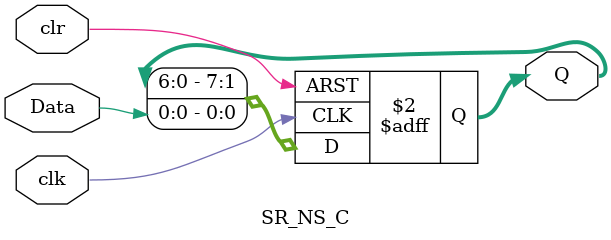
<source format=v>
`timescale 1ns / 1ps


module SR_NS_C(Data, clk, clr, Q);
    parameter n = 8;
    input Data;
    input clk, clr;
    output reg [n-1:0] Q;

    always @(posedge clk or posedge clr) begin
        if (clr) begin
            Q <= 0;
        end
        else
            Q <= {Q[n-2:0], Data};
    end

endmodule

</source>
